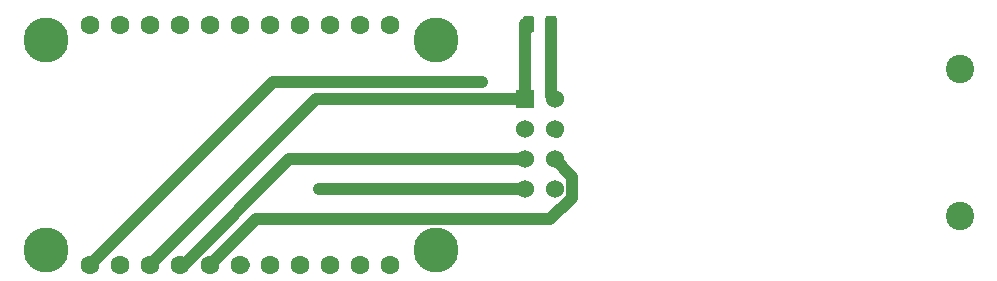
<source format=gbr>
%TF.GenerationSoftware,KiCad,Pcbnew,(5.1.8)-1*%
%TF.CreationDate,2021-03-07T23:02:04+01:00*%
%TF.ProjectId,Telemetry_receiver,54656c65-6d65-4747-9279-5f7265636569,rev?*%
%TF.SameCoordinates,Original*%
%TF.FileFunction,Copper,L1,Top*%
%TF.FilePolarity,Positive*%
%FSLAX46Y46*%
G04 Gerber Fmt 4.6, Leading zero omitted, Abs format (unit mm)*
G04 Created by KiCad (PCBNEW (5.1.8)-1) date 2021-03-07 23:02:04*
%MOMM*%
%LPD*%
G01*
G04 APERTURE LIST*
%TA.AperFunction,ComponentPad*%
%ADD10C,2.400000*%
%TD*%
%TA.AperFunction,ComponentPad*%
%ADD11C,1.600000*%
%TD*%
%TA.AperFunction,ComponentPad*%
%ADD12C,3.800000*%
%TD*%
%TA.AperFunction,ComponentPad*%
%ADD13C,1.524000*%
%TD*%
%TA.AperFunction,ComponentPad*%
%ADD14R,1.524000X1.524000*%
%TD*%
%TA.AperFunction,ViaPad*%
%ADD15C,0.800000*%
%TD*%
%TA.AperFunction,Conductor*%
%ADD16C,1.000000*%
%TD*%
G04 APERTURE END LIST*
D10*
%TO.P, ,1*%
%TO.N,N/C*%
X205740000Y-97790000D03*
%TD*%
%TO.P, ,1*%
%TO.N,N/C*%
X205740000Y-110236000D03*
%TD*%
D11*
%TO.P,U1,0*%
%TO.N,Net-(C100nF1-Pad1)*%
X132115000Y-114345000D03*
%TO.P,U1,21*%
%TO.N,Net-(U1-Pad21)*%
X132115000Y-94025000D03*
%TO.P,U1,1*%
%TO.N,Net-(U1-Pad1)*%
X134655000Y-114345000D03*
%TO.P,U1,2*%
%TO.N,Net-(C100nF1-Pad2)*%
X137195000Y-114345000D03*
%TO.P,U1,3*%
%TO.N,Net-(U1-Pad3)*%
X139735000Y-114345000D03*
%TO.P,U1,4*%
%TO.N,Net-(U1-Pad4)*%
X142275000Y-114345000D03*
%TO.P,U1,5*%
%TO.N,Net-(U1-Pad5)*%
X144815000Y-114345000D03*
%TO.P,U1,6*%
%TO.N,Net-(U1-Pad6)*%
X147355000Y-114345000D03*
%TO.P,U1,7*%
%TO.N,Net-(U1-Pad7)*%
X149895000Y-114345000D03*
%TO.P,U1,8*%
%TO.N,Net-(U1-Pad8)*%
X152435000Y-114345000D03*
%TO.P,U1,9*%
%TO.N,Net-(U1-Pad9)*%
X154975000Y-114345000D03*
%TO.P,U1,10*%
%TO.N,Net-(U1-Pad10)*%
X157515000Y-114345000D03*
%TO.P,U1,11*%
%TO.N,Net-(U1-Pad11)*%
X157515000Y-94025000D03*
%TO.P,U1,12*%
%TO.N,Net-(U1-Pad12)*%
X154975000Y-94025000D03*
%TO.P,U1,13*%
%TO.N,Net-(U1-Pad13)*%
X152435000Y-94025000D03*
%TO.P,U1,14*%
%TO.N,Net-(U1-Pad14)*%
X149895000Y-94025000D03*
%TO.P,U1,15*%
%TO.N,Net-(U1-Pad15)*%
X147355000Y-94025000D03*
%TO.P,U1,16*%
%TO.N,Net-(U1-Pad16)*%
X144815000Y-94025000D03*
%TO.P,U1,17*%
%TO.N,Net-(U1-Pad17)*%
X142275000Y-94025000D03*
%TO.P,U1,18*%
%TO.N,Net-(U1-Pad18)*%
X139735000Y-94025000D03*
%TO.P,U1,19*%
%TO.N,Net-(U1-Pad19)*%
X137195000Y-94025000D03*
%TO.P,U1,20*%
%TO.N,Net-(U1-Pad20)*%
X134655000Y-94025000D03*
D12*
%TO.P,U1,25*%
%TO.N,N/C*%
X128393000Y-95295000D03*
%TO.P,U1,22*%
X128393000Y-113075000D03*
%TO.P,U1,23*%
X161413000Y-113075000D03*
%TO.P,U1,24*%
X161413000Y-95295000D03*
%TD*%
D13*
%TO.P,U2,8*%
%TO.N,Net-(U1-Pad8)*%
X171450000Y-107950000D03*
%TO.P,U2,7*%
%TO.N,Net-(U1-Pad5)*%
X168910000Y-107950000D03*
%TO.P,U2,6*%
%TO.N,Net-(U1-Pad4)*%
X171450000Y-105410000D03*
%TO.P,U2,5*%
%TO.N,Net-(U1-Pad3)*%
X168910000Y-105410000D03*
%TO.P,U2,4*%
%TO.N,Net-(U1-Pad6)*%
X171450000Y-102870000D03*
%TO.P,U2,3*%
%TO.N,Net-(U1-Pad7)*%
X168910000Y-102870000D03*
%TO.P,U2,2*%
%TO.N,Net-(C100nF1-Pad1)*%
X171450000Y-100330000D03*
D14*
%TO.P,U2,1*%
%TO.N,Net-(C100nF1-Pad2)*%
X168910000Y-100330000D03*
%TD*%
%TO.P,C100nF1,2*%
%TO.N,Net-(C100nF1-Pad2)*%
%TA.AperFunction,SMDPad,CuDef*%
G36*
G01*
X169730000Y-93505000D02*
X169730000Y-94455000D01*
G75*
G02*
X169480000Y-94705000I-250000J0D01*
G01*
X168980000Y-94705000D01*
G75*
G02*
X168730000Y-94455000I0J250000D01*
G01*
X168730000Y-93505000D01*
G75*
G02*
X168980000Y-93255000I250000J0D01*
G01*
X169480000Y-93255000D01*
G75*
G02*
X169730000Y-93505000I0J-250000D01*
G01*
G37*
%TD.AperFunction*%
%TO.P,C100nF1,1*%
%TO.N,Net-(C100nF1-Pad1)*%
%TA.AperFunction,SMDPad,CuDef*%
G36*
G01*
X171630000Y-93505000D02*
X171630000Y-94455000D01*
G75*
G02*
X171380000Y-94705000I-250000J0D01*
G01*
X170880000Y-94705000D01*
G75*
G02*
X170630000Y-94455000I0J250000D01*
G01*
X170630000Y-93505000D01*
G75*
G02*
X170880000Y-93255000I250000J0D01*
G01*
X171380000Y-93255000D01*
G75*
G02*
X171630000Y-93505000I0J-250000D01*
G01*
G37*
%TD.AperFunction*%
%TD*%
D15*
%TO.N,Net-(C100nF1-Pad1)*%
X165292001Y-98867999D03*
%TO.N,Net-(U1-Pad5)*%
X151765000Y-107950000D03*
%TD*%
D16*
%TO.N,Net-(C100nF1-Pad2)*%
X151210000Y-100330000D02*
X137195000Y-114345000D01*
X168910000Y-100330000D02*
X151210000Y-100330000D01*
X168910000Y-100330000D02*
X168910000Y-93980000D01*
%TO.N,Net-(C100nF1-Pad1)*%
X171130000Y-100010000D02*
X171450000Y-100330000D01*
X171130000Y-93980000D02*
X171130000Y-100010000D01*
X147592001Y-98867999D02*
X132115000Y-114345000D01*
X165292001Y-98867999D02*
X147592001Y-98867999D01*
%TO.N,Net-(U1-Pad3)*%
X140054998Y-114345000D02*
X139735000Y-114345000D01*
X148989998Y-105410000D02*
X140054998Y-114345000D01*
X168910000Y-105410000D02*
X148989998Y-105410000D01*
%TO.N,Net-(U1-Pad4)*%
X146145001Y-110474999D02*
X142275000Y-114345000D01*
X171088763Y-110474999D02*
X146145001Y-110474999D01*
X172912001Y-108651761D02*
X171088763Y-110474999D01*
X172912001Y-106872001D02*
X172912001Y-108651761D01*
X171450000Y-105410000D02*
X172912001Y-106872001D01*
%TO.N,Net-(U1-Pad5)*%
X145134998Y-114345000D02*
X144815000Y-114345000D01*
X168910000Y-107950000D02*
X151765000Y-107950000D01*
X151765000Y-107950000D02*
X151529998Y-107950000D01*
%TO.N,Net-(U1-Pad6)*%
X171632500Y-103129300D02*
X171450000Y-102870000D01*
%TO.N,Net-(U1-Pad7)*%
X149895000Y-114345000D02*
X149907300Y-114337600D01*
%TD*%
M02*

</source>
